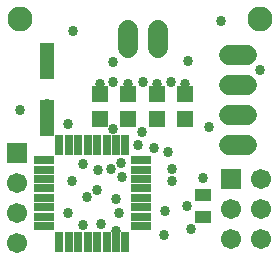
<source format=gts>
G75*
%MOIN*%
%OFA0B0*%
%FSLAX25Y25*%
%IPPOS*%
%LPD*%
%AMOC8*
5,1,8,0,0,1.08239X$1,22.5*
%
%ADD10C,0.08300*%
%ADD11R,0.05524X0.03950*%
%ADD12R,0.04737X0.12414*%
%ADD13R,0.06700X0.06700*%
%ADD14C,0.06700*%
%ADD15R,0.05524X0.05524*%
%ADD16R,0.06600X0.02800*%
%ADD17R,0.02800X0.06600*%
%ADD18C,0.06737*%
%ADD19C,0.03400*%
D10*
X0009357Y0093333D03*
X0089357Y0093333D03*
D11*
X0070307Y0034427D03*
X0070307Y0027340D03*
D12*
X0018157Y0060235D03*
X0018157Y0079132D03*
D13*
X0008157Y0048633D03*
X0079657Y0039883D03*
D14*
X0008157Y0018633D03*
X0008157Y0028633D03*
X0008157Y0038633D03*
X0079657Y0029883D03*
X0079657Y0019883D03*
X0089657Y0019883D03*
X0089657Y0029883D03*
X0089657Y0039883D03*
D15*
X0064307Y0059899D03*
X0064307Y0068167D03*
X0054807Y0068167D03*
X0054807Y0059899D03*
X0045307Y0059899D03*
X0045307Y0068167D03*
X0035807Y0068167D03*
X0035807Y0059899D03*
D16*
X0049607Y0046133D03*
X0049607Y0043033D03*
X0049607Y0039833D03*
X0049607Y0036733D03*
X0049607Y0033533D03*
X0049607Y0030433D03*
X0049607Y0027233D03*
X0049607Y0024133D03*
X0017207Y0024133D03*
X0017207Y0027233D03*
X0017207Y0030433D03*
X0017207Y0033533D03*
X0017207Y0036733D03*
X0017207Y0039833D03*
X0017207Y0043033D03*
X0017207Y0046133D03*
D17*
X0022407Y0051333D03*
X0025507Y0051333D03*
X0028707Y0051333D03*
X0031807Y0051333D03*
X0035007Y0051333D03*
X0038107Y0051333D03*
X0041307Y0051333D03*
X0044407Y0051333D03*
X0044407Y0018933D03*
X0041307Y0018933D03*
X0038107Y0018933D03*
X0035007Y0018933D03*
X0031807Y0018933D03*
X0028707Y0018933D03*
X0025507Y0018933D03*
X0022407Y0018933D03*
D18*
X0078889Y0051333D02*
X0084826Y0051333D01*
X0084826Y0061333D02*
X0078889Y0061333D01*
X0078889Y0071333D02*
X0084826Y0071333D01*
X0084826Y0081333D02*
X0078889Y0081333D01*
X0055357Y0083615D02*
X0055357Y0089552D01*
X0045357Y0089552D02*
X0045357Y0083615D01*
D19*
X0040357Y0078833D03*
X0040357Y0072333D03*
X0045307Y0071533D03*
X0050107Y0072333D03*
X0054857Y0071583D03*
X0059607Y0072333D03*
X0064307Y0071533D03*
X0065357Y0079333D03*
X0076107Y0092583D03*
X0089107Y0076333D03*
X0072357Y0057083D03*
X0059857Y0043333D03*
X0059857Y0039083D03*
X0064857Y0030833D03*
X0057607Y0029083D03*
X0057357Y0021333D03*
X0066357Y0023333D03*
X0070357Y0040083D03*
X0058607Y0048833D03*
X0053857Y0050333D03*
X0048607Y0051333D03*
X0049857Y0055583D03*
X0040357Y0056583D03*
X0042857Y0045083D03*
X0039607Y0043333D03*
X0043107Y0040583D03*
X0041357Y0033333D03*
X0042357Y0028633D03*
X0041357Y0022633D03*
X0036107Y0024833D03*
X0030257Y0024633D03*
X0025369Y0028517D03*
X0031607Y0033833D03*
X0034857Y0036333D03*
X0035107Y0042833D03*
X0030107Y0044833D03*
X0026607Y0039083D03*
X0025357Y0058333D03*
X0018107Y0064833D03*
X0009357Y0062833D03*
X0026857Y0089083D03*
X0035807Y0071533D03*
M02*

</source>
